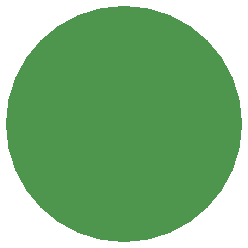
<source format=gbl>
G04 Layer_Physical_Order=2*
G04 Layer_Color=11436288*
%FSLAX25Y25*%
%MOIN*%
G70*
G01*
G75*
%ADD10C,0.78740*%
D10*
X334646Y334646D02*
D03*
M02*

</source>
